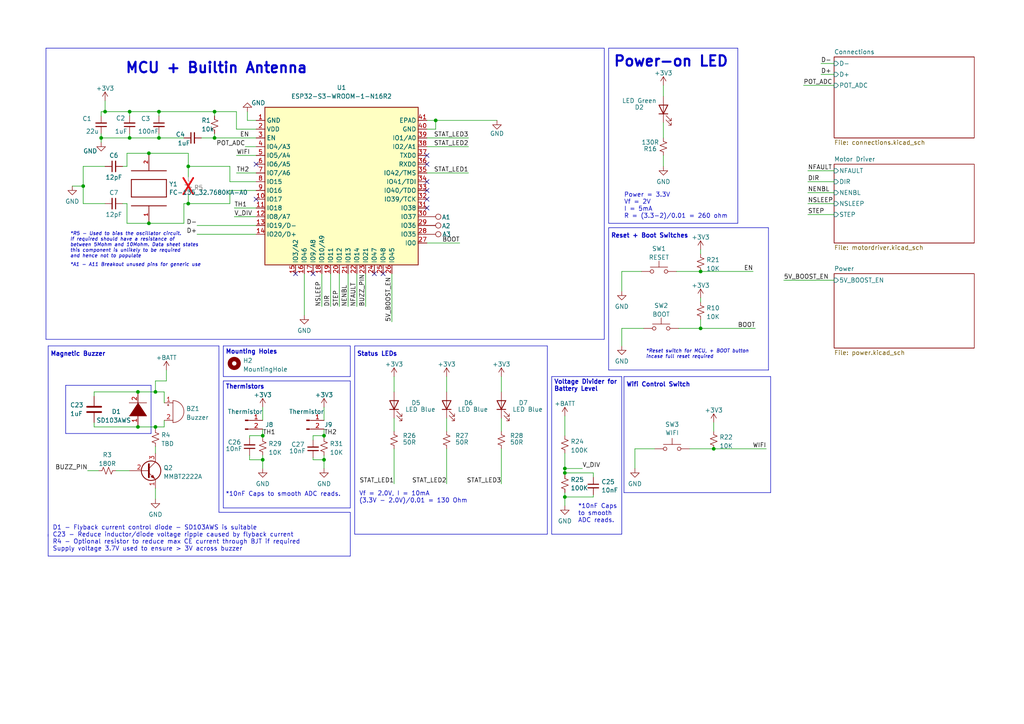
<source format=kicad_sch>
(kicad_sch (version 20230121) (generator eeschema)
  (paper "A4")
  (lib_symbols
    (symbol "Connector:Conn_01x02_Male" (pin_names (offset 1.016) hide)
      (property "Reference" "J" (at 0 2.54 0))
      (property "Value" "Conn_01x02_Male" (at 0 -5.08 0))
      (symbol "Conn_01x02_Male_1_1"
        (polyline (pts (xy 1.27 -2.54) (xy 0.8636 -2.54)) (stroke (width 0.1524)))
        (polyline (pts (xy 1.27 0) (xy 0.8636 0)) (stroke (width 0.1524)))
        (rectangle (start 0.8636 -2.413) (end 0 -2.667) (stroke (width 0.1524)) (fill (type outline)))
        (rectangle (start 0.8636 0.127) (end 0 -0.127) (stroke (width 0.1524)) (fill (type outline)))
        (pin passive line (at 5.08 0 180) (length 3.81) (name "Pin_1") (number "1"))
        (pin passive line (at 5.08 -2.54 180) (length 3.81) (name "Pin_2") (number "2"))
      )
    )
    (symbol "Connector:TestPoint" (pin_numbers hide) (pin_names (offset 0.762) hide)
      (property "Reference" "TP" (at 0 6.858 0))
      (property "Value" "TestPoint" (at 0 5.08 0))
      (symbol "TestPoint_0_1"
        (circle (center 0 3.302) (radius 0.762))
      )
      (symbol "TestPoint_1_1"
        (pin passive line (at 0 0 90) (length 2.54) (name "1") (number "1"))
      )
    )
    (symbol "Device:Buzzer" (pin_names (offset 0.0254) hide)
      (property "Reference" "BZ" (at 3.81 1.27 0))
      (property "Value" "Buzzer" (at 3.81 -1.27 0))
      (symbol "Buzzer_0_1"
        (arc (start 0 -3.175) (mid 3.1612 0) (end 0 3.175))
        (polyline (pts (xy -1.651 1.905) (xy -1.143 1.905)))
        (polyline (pts (xy -1.397 2.159) (xy -1.397 1.651)))
        (polyline (pts (xy 0 3.175) (xy 0 -3.175)))
      )
      (symbol "Buzzer_1_1"
        (pin passive line (at -2.54 2.54 0) (length 2.54) (name "-") (number "1"))
        (pin passive line (at -2.54 -2.54 0) (length 2.54) (name "+") (number "2"))
      )
    )
    (symbol "Device:C" (pin_numbers hide) (pin_names (offset 0.254))
      (property "Reference" "C" (at 0.635 2.54 0))
      (property "Value" "C" (at 0.635 -2.54 0))
      (symbol "C_0_1"
        (polyline (pts (xy -2.032 -0.762) (xy 2.032 -0.762)) (stroke (width 0.508)))
        (polyline (pts (xy -2.032 0.762) (xy 2.032 0.762)) (stroke (width 0.508)))
      )
      (symbol "C_1_1"
        (pin passive line (at 0 3.81 270) (length 2.794) (name "~") (number "1"))
        (pin passive line (at 0 -3.81 90) (length 2.794) (name "~") (number "2"))
      )
    )
    (symbol "Device:C_Small" (pin_numbers hide) (pin_names (offset 0.254) hide)
      (property "Reference" "C" (at 0.254 1.778 0))
      (property "Value" "C_Small" (at 0.254 -2.032 0))
      (symbol "C_Small_0_1"
        (polyline (pts (xy -1.524 -0.508) (xy 1.524 -0.508)) (stroke (width 0.3302)))
        (polyline (pts (xy -1.524 0.508) (xy 1.524 0.508)) (stroke (width 0.3048)))
      )
      (symbol "C_Small_1_1"
        (pin passive line (at 0 2.54 270) (length 2.032) (name "~") (number "1"))
        (pin passive line (at 0 -2.54 90) (length 2.032) (name "~") (number "2"))
      )
    )
    (symbol "Device:LED" (pin_numbers hide) (pin_names (offset 1.016) hide)
      (property "Reference" "D" (at 0 2.54 0))
      (property "Value" "LED" (at 0 -2.54 0))
      (symbol "LED_0_1"
        (polyline (pts (xy -1.27 -1.27) (xy -1.27 1.27)) (stroke (width 0.254)))
        (polyline (pts (xy -1.27 0) (xy 1.27 0)))
        (polyline (pts (xy 1.27 -1.27) (xy 1.27 1.27) (xy -1.27 0) (xy 1.27 -1.27)) (stroke (width 0.254)))
        (polyline (pts (xy -3.048 -0.762) (xy -4.572 -2.286) (xy -3.81 -2.286) (xy -4.572 -2.286) (xy -4.572 -1.524)))
        (polyline (pts (xy -1.778 -0.762) (xy -3.302 -2.286) (xy -2.54 -2.286) (xy -3.302 -2.286) (xy -3.302 -1.524)))
      )
      (symbol "LED_1_1"
        (pin passive line (at -3.81 0 0) (length 2.54) (name "K") (number "1"))
        (pin passive line (at 3.81 0 180) (length 2.54) (name "A") (number "2"))
      )
    )
    (symbol "Device:R_Small_US" (pin_numbers hide) (pin_names (offset 0.254) hide)
      (property "Reference" "R" (at 0.762 0.508 0))
      (property "Value" "R_Small_US" (at 0.762 -1.016 0))
      (symbol "R_Small_US_1_1"
        (polyline (pts (xy 0 0) (xy 1.016 -0.381) (xy 0 -0.762) (xy -1.016 -1.143) (xy 0 -1.524)))
        (polyline (pts (xy 0 1.524) (xy 1.016 1.143) (xy 0 0.762) (xy -1.016 0.381) (xy 0 0)))
        (pin passive line (at 0 2.54 270) (length 1.016) (name "~") (number "1"))
        (pin passive line (at 0 -2.54 90) (length 1.016) (name "~") (number "2"))
      )
    )
    (symbol "FC-135_32.7680KA-A0:FC-135_32.7680KA-A0" (pin_names (offset 1.016))
      (property "Reference" "Y" (at -5.0879 6.1055 0))
      (property "Value" "FC-135_32.7680KA-A0" (at -5.0952 -7.6427 0))
      (symbol "FC-135_32.7680KA-A0_0_0"
        (polyline (pts (xy -5.08 5.08) (xy -5.08 -5.08)) (stroke (width 0.254)))
        (polyline (pts (xy -2.54 -5.08) (xy -2.54 5.08)) (stroke (width 0.254)))
        (polyline (pts (xy -2.54 5.08) (xy 2.54 5.08)) (stroke (width 0.254)))
        (polyline (pts (xy 2.54 -5.08) (xy -2.54 -5.08)) (stroke (width 0.254)))
        (polyline (pts (xy 2.54 5.08) (xy 2.54 -5.08)) (stroke (width 0.254)))
        (polyline (pts (xy 5.08 5.08) (xy 5.08 -5.08)) (stroke (width 0.254)))
        (pin passive line (at -10.16 0 0) (length 5.08) (name "~") (number "1"))
        (pin passive line (at 10.16 0 180) (length 5.08) (name "~") (number "2"))
      )
    )
    (symbol "GlucoseWatchschematics:ESP32-S3-WROOM-1"
      (property "Reference" "U" (at -2.54 0 0))
      (property "Value" "ESP32-S3-WROOM-1" (at -11.43 -3.81 0))
      (symbol "ESP32-S3-WROOM-1_0_1"
        (rectangle (start -22.86 21.59) (end 21.59 -24.13) (stroke (width 0.254)) (fill (type background)))
      )
      (symbol "ESP32-S3-WROOM-1_1_1"
        (pin power_in line (at -25.4 17.78 0) (length 2.54) (name "GND") (number "1"))
        (pin bidirectional line (at -25.4 -5.08 0) (length 2.54) (name "IO17") (number "10"))
        (pin bidirectional line (at -25.4 -7.62 0) (length 2.54) (name "IO18") (number "11"))
        (pin bidirectional line (at -25.4 -10.16 0) (length 2.54) (name "IO8/A7") (number "12"))
        (pin bidirectional line (at -25.4 -12.7 0) (length 2.54) (name "IO19/D-") (number "13"))
        (pin bidirectional line (at -25.4 -15.24 0) (length 2.54) (name "IO20/D+") (number "14"))
        (pin bidirectional line (at -13.97 -26.67 90) (length 2.54) (name "IO3/A2") (number "15"))
        (pin bidirectional line (at -11.43 -26.67 90) (length 2.54) (name "IO46") (number "16"))
        (pin bidirectional line (at -8.89 -26.67 90) (length 2.54) (name "IO9/A8") (number "17"))
        (pin bidirectional line (at -6.35 -26.67 90) (length 2.54) (name "IO10/A9") (number "18"))
        (pin bidirectional line (at -3.81 -26.67 90) (length 2.54) (name "IO11") (number "19"))
        (pin power_in line (at -25.4 15.24 0) (length 2.54) (name "VDD") (number "2"))
        (pin bidirectional line (at -1.27 -26.67 90) (length 2.54) (name "IO12") (number "20"))
        (pin bidirectional line (at 1.27 -26.67 90) (length 2.54) (name "IO13") (number "21"))
        (pin bidirectional line (at 3.81 -26.67 90) (length 2.54) (name "IO14") (number "22"))
        (pin bidirectional line (at 6.35 -26.67 90) (length 2.54) (name "IO21") (number "23"))
        (pin bidirectional line (at 8.89 -26.67 90) (length 2.54) (name "IO47") (number "24"))
        (pin bidirectional line (at 11.43 -26.67 90) (length 2.54) (name "IO48") (number "25"))
        (pin bidirectional line (at 13.97 -26.67 90) (length 2.54) (name "IO45") (number "26"))
        (pin bidirectional line (at 24.13 -17.78 180) (length 2.54) (name "IO0") (number "27"))
        (pin bidirectional line (at 24.13 -15.24 180) (length 2.54) (name "IO35") (number "28"))
        (pin bidirectional line (at 24.13 -12.7 180) (length 2.54) (name "IO36") (number "29"))
        (pin input line (at -25.4 12.7 0) (length 2.54) (name "EN") (number "3"))
        (pin bidirectional line (at 24.13 -10.16 180) (length 2.54) (name "IO37") (number "30"))
        (pin bidirectional line (at 24.13 -7.62 180) (length 2.54) (name "IO38") (number "31"))
        (pin bidirectional line (at 24.13 -5.08 180) (length 2.54) (name "IO39/TCK") (number "32"))
        (pin bidirectional line (at 24.13 -2.54 180) (length 2.54) (name "IO40/TDO") (number "33"))
        (pin bidirectional line (at 24.13 0 180) (length 2.54) (name "IO41/TDI") (number "34"))
        (pin bidirectional line (at 24.13 2.54 180) (length 2.54) (name "IO42/TMS") (number "35"))
        (pin input line (at 24.13 5.08 180) (length 2.54) (name "RXD0") (number "36"))
        (pin output line (at 24.13 7.62 180) (length 2.54) (name "TXD0") (number "37"))
        (pin bidirectional line (at 24.13 10.16 180) (length 2.54) (name "IO2/A1") (number "38"))
        (pin bidirectional line (at 24.13 12.7 180) (length 2.54) (name "IO1/A0") (number "39"))
        (pin bidirectional line (at -25.4 10.16 0) (length 2.54) (name "IO4/A3") (number "4"))
        (pin power_in line (at 24.13 15.24 180) (length 2.54) (name "GND") (number "40"))
        (pin power_in line (at 24.13 17.78 180) (length 2.54) (name "EPAD") (number "41"))
        (pin bidirectional line (at -25.4 7.62 0) (length 2.54) (name "IO5/A4") (number "5"))
        (pin bidirectional line (at -25.4 5.08 0) (length 2.54) (name "IO6/A5") (number "6"))
        (pin bidirectional line (at -25.4 2.54 0) (length 2.54) (name "IO7/A6") (number "7"))
        (pin bidirectional line (at -25.4 0 0) (length 2.54) (name "IO15") (number "8"))
        (pin bidirectional line (at -25.4 -2.54 0) (length 2.54) (name "IO16") (number "9"))
      )
    )
    (symbol "Mechanical:MountingHole" (pin_names (offset 1.016))
      (property "Reference" "H" (at 0 5.08 0))
      (property "Value" "MountingHole" (at 0 3.175 0))
      (symbol "MountingHole_0_1"
        (circle (center 0 0) (radius 1.27) (stroke (width 1.27)))
      )
    )
    (symbol "Switch:SW_Push" (pin_numbers hide) (pin_names (offset 1.016) hide)
      (property "Reference" "SW" (at 1.27 2.54 0))
      (property "Value" "SW_Push" (at 0 -1.524 0))
      (symbol "SW_Push_0_1"
        (circle (center -2.032 0) (radius 0.508))
        (polyline (pts (xy 0 1.27) (xy 0 3.048)))
        (polyline (pts (xy 2.54 1.27) (xy -2.54 1.27)))
        (circle (center 2.032 0) (radius 0.508))
        (pin passive line (at -5.08 0 0) (length 2.54) (name "1") (number "1"))
        (pin passive line (at 5.08 0 180) (length 2.54) (name "2") (number "2"))
      )
    )
    (symbol "Transistor_BJT:2N2219" (pin_names (offset 0) hide)
      (property "Reference" "Q" (at 5.08 1.905 0))
      (property "Value" "2N2219" (at 5.08 0 0))
      (symbol "2N2219_0_1"
        (polyline (pts (xy 0.635 0.635) (xy 2.54 2.54)))
        (polyline (pts (xy 0.635 -0.635) (xy 2.54 -2.54) (xy 2.54 -2.54)))
        (polyline (pts (xy 0.635 1.905) (xy 0.635 -1.905) (xy 0.635 -1.905)) (stroke (width 0.508)))
        (polyline (pts (xy 1.27 -1.778) (xy 1.778 -1.27) (xy 2.286 -2.286) (xy 1.27 -1.778) (xy 1.27 -1.778)) (fill (type outline)))
        (circle (center 1.27 0) (radius 2.8194) (stroke (width 0.254)))
      )
      (symbol "2N2219_1_1"
        (pin passive line (at 2.54 -5.08 90) (length 2.54) (name "E") (number "1"))
        (pin passive line (at -5.08 0 0) (length 5.715) (name "B") (number "2"))
        (pin passive line (at 2.54 5.08 270) (length 2.54) (name "C") (number "3"))
      )
    )
    (symbol "power:+3V3" (power) (pin_names (offset 0))
      (property "Value" "+3V3" (at 0 3.556 0))
      (symbol "+3V3_0_1"
        (polyline (pts (xy -0.762 1.27) (xy 0 2.54)))
        (polyline (pts (xy 0 0) (xy 0 2.54)))
        (polyline (pts (xy 0 2.54) (xy 0.762 1.27)))
      )
      (symbol "+3V3_1_1"
        (pin power_in line (at 0 0 90) (length 0) hide (name "+3V3") (number "1"))
      )
    )
    (symbol "power:+BATT" (power) (pin_names (offset 0))
      (property "Value" "+BATT" (at 0 3.556 0))
      (symbol "+BATT_0_1"
        (polyline (pts (xy -0.762 1.27) (xy 0 2.54)))
        (polyline (pts (xy 0 0) (xy 0 2.54)))
        (polyline (pts (xy 0 2.54) (xy 0.762 1.27)))
      )
      (symbol "+BATT_1_1"
        (pin power_in line (at 0 0 90) (length 0) hide (name "+BATT") (number "1"))
      )
    )
    (symbol "power:GND" (power) (pin_names (offset 0))
      (property "Value" "GND" (at 0 -3.81 0))
      (symbol "GND_0_1"
        (polyline (pts (xy 0 0) (xy 0 -1.27) (xy 1.27 -1.27) (xy 0 -2.54) (xy -1.27 -1.27) (xy 0 -1.27)))
      )
      (symbol "GND_1_1"
        (pin power_in line (at 0 0 270) (length 0) hide (name "GND") (number "1"))
      )
    )
    (symbol "pspice:DIODE" (pin_names (offset 1.016) hide)
      (property "Reference" "D" (at 0 3.81 0))
      (property "Value" "DIODE" (at 0 -4.445 0))
      (symbol "DIODE_0_1"
        (polyline (pts (xy 1.905 2.54) (xy 1.905 -2.54)))
        (polyline (pts (xy -1.905 2.54) (xy -1.905 -2.54) (xy 1.905 0)) (fill (type outline)))
      )
      (symbol "DIODE_1_1"
        (pin input line (at -5.08 0 0) (length 3.81) (name "K") (number "1"))
        (pin input line (at 5.08 0 180) (length 3.81) (name "A") (number "2"))
      )
    )
  )
  (junction (at 37.592 40.005))
  (junction (at 76.2 133.35))
  (junction (at 45.085 113.665))
  (junction (at 93.98 133.35))
  (junction (at 29.337 40.005))
  (junction (at 163.83 137.16))
  (junction (at 163.83 144.145))
  (junction (at 126.365 34.925))
  (junction (at 46.101 40.005))
  (junction (at 54.61 48.26))
  (junction (at 54.61 59.055))
  (junction (at 24.13 53.975))
  (junction (at 163.83 135.89))
  (junction (at 62.23 32.385))
  (junction (at 93.98 126.365))
  (junction (at 43.18 44.45))
  (junction (at 207.01 130.175))
  (junction (at 37.592 32.385))
  (junction (at 40.005 113.665))
  (junction (at 203.2 78.74))
  (junction (at 203.2 95.25))
  (junction (at 43.18 64.77))
  (junction (at 76.2 126.365))
  (junction (at 45.085 123.825))
  (junction (at 46.101 32.385))
  (junction (at 62.23 40.005))
  (junction (at 30.48 32.385))
  (junction (at 40.005 123.825))
  (no_connect (at 74.295 57.785))
  (no_connect (at 123.825 45.085))
  (no_connect (at 90.805 79.375))
  (no_connect (at 123.825 52.705))
  (no_connect (at 123.825 57.785))
  (no_connect (at 123.825 60.325))
  (no_connect (at 108.585 79.375))
  (no_connect (at 111.125 79.375))
  (no_connect (at 123.825 47.625))
  (no_connect (at 123.825 55.245))
  (no_connect (at 74.295 47.625))
  (no_connect (at 85.725 79.375))
  (wire (pts (xy 35.56 59.055) (xy 36.83 59.055)))
  (polyline (pts (xy 13.97 100.33) (xy 63.5 100.33)))
  (wire (pts (xy 93.98 133.35) (xy 93.98 135.89)))
  (wire (pts (xy 113.665 79.375) (xy 113.665 93.345)))
  (polyline (pts (xy 101.6 110.49) (xy 101.6 147.32)))
  (wire (pts (xy 196.85 95.25) (xy 203.2 95.25)))
  (wire (pts (xy 67.945 62.865) (xy 74.295 62.865)))
  (wire (pts (xy 106.045 79.375) (xy 106.045 88.9)))
  (wire (pts (xy 126.365 34.925) (xy 144.145 34.925)))
  (wire (pts (xy 90.805 132.715) (xy 90.805 133.35)))
  (polyline (pts (xy 101.6 148.59) (xy 101.6 161.29)))
  (wire (pts (xy 203.2 86.36) (xy 203.2 87.63)))
  (polyline (pts (xy 64.77 110.49) (xy 101.6 110.49)))
  (wire (pts (xy 163.83 131.445) (xy 163.83 135.89)))
  (wire (pts (xy 100.965 79.375) (xy 100.965 88.9)))
  (wire (pts (xy 163.83 137.16) (xy 163.83 137.795)))
  (wire (pts (xy 45.085 141.605) (xy 45.085 144.78)))
  (wire (pts (xy 24.13 59.055) (xy 30.48 59.055)))
  (wire (pts (xy 29.337 40.005) (xy 37.592 40.005)))
  (wire (pts (xy 145.415 109.22) (xy 145.415 113.665)))
  (polyline (pts (xy 102.87 100.33) (xy 102.87 154.94)))
  (wire (pts (xy 163.83 144.145) (xy 163.83 146.685)))
  (wire (pts (xy 90.805 133.35) (xy 93.98 133.35)))
  (wire (pts (xy 163.83 120.65) (xy 163.83 126.365)))
  (polyline (pts (xy 176.53 107.315) (xy 222.885 107.315)))
  (wire (pts (xy 29.337 38.735) (xy 29.337 40.005)))
  (wire (pts (xy 184.15 130.175) (xy 184.15 135.89)))
  (wire (pts (xy 66.675 55.245) (xy 66.675 59.055)))
  (wire (pts (xy 62.23 40.005) (xy 74.295 40.005)))
  (wire (pts (xy 234.315 49.53) (xy 241.935 49.53)))
  (polyline (pts (xy 63.5 100.33) (xy 63.5 148.59)))
  (wire (pts (xy 114.3 125.095) (xy 114.3 121.285)))
  (polyline (pts (xy 176.53 13.97) (xy 176.53 64.77)))
  (wire (pts (xy 123.825 34.925) (xy 126.365 34.925)))
  (wire (pts (xy 126.365 37.465) (xy 126.365 34.925)))
  (wire (pts (xy 93.345 79.375) (xy 93.345 88.9)))
  (polyline (pts (xy 180.975 109.22) (xy 223.52 109.22)))
  (wire (pts (xy 47.625 113.665) (xy 45.085 113.665)))
  (polyline (pts (xy 180.34 154.94) (xy 160.02 154.94)))
  (wire (pts (xy 72.39 132.08) (xy 72.39 133.35)))
  (wire (pts (xy 88.265 79.375) (xy 88.265 91.44)))
  (wire (pts (xy 163.83 135.89) (xy 168.91 135.89)))
  (polyline (pts (xy 19.05 111.76) (xy 43.815 111.76)))
  (wire (pts (xy 54.61 44.45) (xy 54.61 48.26)))
  (wire (pts (xy 37.592 38.735) (xy 37.592 40.005)))
  (polyline (pts (xy 101.6 100.33) (xy 101.6 109.22)))
  (wire (pts (xy 24.13 53.975) (xy 20.955 53.975)))
  (wire (pts (xy 98.425 79.375) (xy 98.425 88.9)))
  (wire (pts (xy 172.085 143.51) (xy 172.085 144.145)))
  (wire (pts (xy 180.34 100.33) (xy 180.34 95.25)))
  (wire (pts (xy 43.18 64.77) (xy 53.34 64.77)))
  (wire (pts (xy 33.655 136.525) (xy 37.465 136.525)))
  (wire (pts (xy 47.625 121.92) (xy 47.625 123.825)))
  (wire (pts (xy 36.83 44.45) (xy 43.18 44.45)))
  (polyline (pts (xy 13.97 154.94) (xy 13.97 161.29)))
  (wire (pts (xy 103.505 79.375) (xy 103.505 88.9)))
  (wire (pts (xy 35.56 48.26) (xy 36.83 48.26)))
  (polyline (pts (xy 64.77 100.33) (xy 64.77 109.22)))
  (wire (pts (xy 163.83 142.875) (xy 163.83 144.145)))
  (wire (pts (xy 129.54 125.095) (xy 129.54 121.285)))
  (wire (pts (xy 129.54 130.175) (xy 129.54 140.335)))
  (polyline (pts (xy 43.815 111.76) (xy 43.815 125.73)))
  (wire (pts (xy 62.23 38.735) (xy 62.23 40.005)))
  (wire (pts (xy 45.085 129.54) (xy 45.085 131.445)))
  (wire (pts (xy 76.2 132.08) (xy 76.2 133.35)))
  (wire (pts (xy 76.2 118.11) (xy 76.2 121.92)))
  (polyline (pts (xy 160.02 109.22) (xy 180.34 109.22)))
  (wire (pts (xy 66.675 48.26) (xy 66.675 52.705)))
  (wire (pts (xy 93.98 126.365) (xy 93.98 127)))
  (wire (pts (xy 123.825 42.545) (xy 135.89 42.545)))
  (wire (pts (xy 27.305 114.935) (xy 27.305 113.665)))
  (polyline (pts (xy 222.885 107.315) (xy 222.885 66.04)))
  (wire (pts (xy 62.23 32.385) (xy 68.58 32.385)))
  (wire (pts (xy 123.825 50.165) (xy 135.89 50.165)))
  (wire (pts (xy 71.12 42.545) (xy 74.295 42.545)))
  (wire (pts (xy 145.415 130.175) (xy 145.415 140.335)))
  (wire (pts (xy 37.592 32.385) (xy 30.48 32.385)))
  (wire (pts (xy 45.085 110.49) (xy 45.085 113.665)))
  (wire (pts (xy 47.625 116.84) (xy 47.625 113.665)))
  (wire (pts (xy 163.83 135.89) (xy 163.83 137.16)))
  (wire (pts (xy 54.61 48.26) (xy 54.61 51.435)))
  (wire (pts (xy 68.58 45.085) (xy 74.295 45.085)))
  (wire (pts (xy 27.305 113.665) (xy 40.005 113.665)))
  (wire (pts (xy 192.405 35.56) (xy 192.405 40.005)))
  (polyline (pts (xy 64.77 100.33) (xy 101.6 100.33)))
  (wire (pts (xy 233.045 24.765) (xy 241.935 24.765)))
  (wire (pts (xy 93.98 124.46) (xy 93.98 126.365)))
  (wire (pts (xy 40.005 113.665) (xy 45.085 113.665)))
  (polyline (pts (xy 13.335 13.97) (xy 13.335 98.425)))
  (wire (pts (xy 74.295 55.245) (xy 66.675 55.245)))
  (wire (pts (xy 114.3 130.175) (xy 114.3 140.335)))
  (wire (pts (xy 47.625 123.825) (xy 45.085 123.825)))
  (wire (pts (xy 30.48 48.26) (xy 24.13 48.26)))
  (wire (pts (xy 25.4 136.525) (xy 28.575 136.525)))
  (polyline (pts (xy 19.05 111.76) (xy 19.05 125.73)))
  (wire (pts (xy 234.315 59.055) (xy 241.935 59.055)))
  (polyline (pts (xy 176.53 13.97) (xy 213.995 13.97)))
  (wire (pts (xy 76.2 124.46) (xy 76.2 126.365)))
  (wire (pts (xy 184.15 130.175) (xy 189.865 130.175)))
  (wire (pts (xy 37.592 40.005) (xy 46.101 40.005)))
  (wire (pts (xy 172.085 137.16) (xy 163.83 137.16)))
  (wire (pts (xy 180.34 95.25) (xy 186.69 95.25)))
  (wire (pts (xy 200.025 130.175) (xy 207.01 130.175)))
  (wire (pts (xy 203.2 92.71) (xy 203.2 95.25)))
  (wire (pts (xy 90.805 126.365) (xy 93.98 126.365)))
  (polyline (pts (xy 176.53 66.04) (xy 222.885 66.04)))
  (wire (pts (xy 24.13 48.26) (xy 24.13 53.975)))
  (wire (pts (xy 95.885 79.375) (xy 95.885 88.9)))
  (wire (pts (xy 43.18 44.45) (xy 54.61 44.45)))
  (wire (pts (xy 172.085 138.43) (xy 172.085 137.16)))
  (wire (pts (xy 129.54 109.22) (xy 129.54 113.665)))
  (polyline (pts (xy 175.26 13.97) (xy 175.26 98.425)))
  (polyline (pts (xy 101.6 161.29) (xy 13.97 161.29)))
  (polyline (pts (xy 160.02 109.22) (xy 160.02 154.94)))
  (wire (pts (xy 67.945 60.325) (xy 74.295 60.325)))
  (polyline (pts (xy 223.52 142.875) (xy 223.52 109.22)))
  (wire (pts (xy 54.61 48.26) (xy 66.675 48.26)))
  (polyline (pts (xy 176.53 66.04) (xy 176.53 107.315)))
  (wire (pts (xy 192.405 24.765) (xy 192.405 27.94)))
  (wire (pts (xy 46.101 32.385) (xy 37.592 32.385)))
  (wire (pts (xy 238.125 21.59) (xy 241.935 21.59)))
  (wire (pts (xy 37.592 32.385) (xy 37.592 33.655)))
  (wire (pts (xy 58.42 40.005) (xy 62.23 40.005)))
  (wire (pts (xy 207.01 122.555) (xy 207.01 125.095)))
  (polyline (pts (xy 213.995 13.97) (xy 213.995 64.77)))
  (wire (pts (xy 46.101 38.735) (xy 46.101 40.005)))
  (wire (pts (xy 29.337 40.005) (xy 29.337 41.275)))
  (wire (pts (xy 36.83 64.77) (xy 43.18 64.77)))
  (wire (pts (xy 123.825 40.005) (xy 135.89 40.005)))
  (polyline (pts (xy 101.6 109.22) (xy 64.77 109.22)))
  (wire (pts (xy 192.405 45.085) (xy 192.405 48.26)))
  (wire (pts (xy 68.58 32.385) (xy 68.58 37.465)))
  (wire (pts (xy 123.825 70.485) (xy 133.35 70.485)))
  (wire (pts (xy 234.315 55.88) (xy 241.935 55.88)))
  (wire (pts (xy 72.39 133.35) (xy 76.2 133.35)))
  (wire (pts (xy 71.755 34.925) (xy 74.295 34.925)))
  (wire (pts (xy 203.2 95.25) (xy 219.075 95.25)))
  (wire (pts (xy 114.3 109.22) (xy 114.3 113.665)))
  (polyline (pts (xy 101.6 147.32) (xy 64.77 147.32)))
  (wire (pts (xy 46.101 32.385) (xy 46.101 33.655)))
  (polyline (pts (xy 176.53 64.77) (xy 213.995 64.77)))
  (wire (pts (xy 53.34 59.055) (xy 54.61 59.055)))
  (wire (pts (xy 68.58 50.165) (xy 74.295 50.165)))
  (wire (pts (xy 207.01 130.175) (xy 222.25 130.175)))
  (wire (pts (xy 172.085 144.145) (xy 163.83 144.145)))
  (polyline (pts (xy 43.815 125.73) (xy 19.05 125.73)))
  (wire (pts (xy 27.305 122.555) (xy 27.305 123.825)))
  (polyline (pts (xy 63.5 148.59) (xy 101.6 148.59)))
  (wire (pts (xy 145.415 125.095) (xy 145.415 121.285)))
  (wire (pts (xy 72.39 127) (xy 72.39 126.365)))
  (polyline (pts (xy 102.87 100.33) (xy 158.75 100.33)))
  (wire (pts (xy 71.755 32.385) (xy 71.755 34.925)))
  (polyline (pts (xy 13.335 13.97) (xy 175.26 13.97)))
  (wire (pts (xy 68.58 37.465) (xy 74.295 37.465)))
  (wire (pts (xy 93.98 132.08) (xy 93.98 133.35)))
  (wire (pts (xy 48.26 107.315) (xy 48.26 110.49)))
  (wire (pts (xy 29.337 32.385) (xy 29.337 33.655)))
  (wire (pts (xy 93.98 118.11) (xy 93.98 121.92)))
  (wire (pts (xy 203.2 72.39) (xy 203.2 73.66)))
  (wire (pts (xy 227.33 81.28) (xy 241.935 81.28)))
  (wire (pts (xy 57.15 65.405) (xy 74.295 65.405)))
  (polyline (pts (xy 158.75 100.33) (xy 158.75 154.94)))
  (polyline (pts (xy 180.34 109.22) (xy 180.34 154.94)))
  (wire (pts (xy 76.2 133.35) (xy 76.2 135.89)))
  (polyline (pts (xy 222.885 107.315) (xy 222.885 107.315)))
  (wire (pts (xy 123.825 37.465) (xy 126.365 37.465)))
  (wire (pts (xy 66.675 52.705) (xy 74.295 52.705)))
  (wire (pts (xy 30.48 29.21) (xy 30.48 32.385)))
  (polyline (pts (xy 175.26 98.425) (xy 13.335 98.425)))
  (polyline (pts (xy 180.975 109.22) (xy 180.975 142.875)))
  (wire (pts (xy 45.085 123.825) (xy 45.085 124.46)))
  (wire (pts (xy 30.48 32.385) (xy 29.337 32.385)))
  (wire (pts (xy 180.34 78.74) (xy 180.34 84.455)))
  (wire (pts (xy 203.2 78.74) (xy 218.44 78.74)))
  (wire (pts (xy 234.315 52.705) (xy 241.935 52.705)))
  (wire (pts (xy 90.805 127.635) (xy 90.805 126.365)))
  (wire (pts (xy 40.005 123.825) (xy 45.085 123.825)))
  (wire (pts (xy 46.101 32.385) (xy 62.23 32.385)))
  (wire (pts (xy 24.13 53.975) (xy 24.13 59.055)))
  (wire (pts (xy 57.15 67.945) (xy 74.295 67.945)))
  (wire (pts (xy 36.83 48.26) (xy 36.83 44.45)))
  (wire (pts (xy 62.23 32.385) (xy 62.23 33.655)))
  (polyline (pts (xy 13.97 100.33) (xy 13.97 155.575)))
  (wire (pts (xy 180.34 78.74) (xy 186.055 78.74)))
  (wire (pts (xy 238.125 18.415) (xy 241.935 18.415)))
  (wire (pts (xy 53.34 64.77) (xy 53.34 59.055)))
  (wire (pts (xy 27.305 123.825) (xy 40.005 123.825)))
  (wire (pts (xy 72.39 126.365) (xy 76.2 126.365)))
  (wire (pts (xy 36.83 59.055) (xy 36.83 64.77)))
  (polyline (pts (xy 158.75 154.94) (xy 102.87 154.94)))
  (polyline (pts (xy 180.975 142.875) (xy 223.52 142.875)))
  (wire (pts (xy 54.61 56.515) (xy 54.61 59.055)))
  (polyline (pts (xy 64.77 110.49) (xy 64.77 147.32)))
  (wire (pts (xy 196.215 78.74) (xy 203.2 78.74)))
  (wire (pts (xy 48.26 110.49) (xy 45.085 110.49)))
  (wire (pts (xy 46.101 40.005) (xy 53.34 40.005)))
  (wire (pts (xy 76.2 126.365) (xy 76.2 127)))
  (wire (pts (xy 66.675 59.055) (xy 54.61 59.055)))
  (wire (pts (xy 234.315 62.23) (xy 241.935 62.23)))
  (text "Status LEDs" (at 103.505 103.505 0) (effects (font (size 1.27 1.27) (thickness 0.254) bold) (justify left bottom)))
  (text "*10nF Caps to smooth ADC reads." (at 65.405 144.145 0) (effects (font (size 1.27 1.27)) (justify left bottom)))
  (text "Magnetic Buzzer" (at 14.605 103.505 0) (effects (font (size 1.27 1.27) (thickness 0.254) bold) (justify left bottom)))
  (text "Power = 3.3V\nVf = 2V\nI = 5mA\nR = (3.3-2)/0.01 = 260 ohm" (at 180.975 63.5 0) (effects (font (size 1.27 1.27)) (justify left bottom)))
  (text "Reset + Boot Switches\n" (at 177.165 69.215 0) (effects (font (size 1.27 1.27) (thickness 0.254) bold) (justify left bottom)))
  (text "*10nF Caps \nto smooth \nADC reads." (at 167.64 151.765 0) (effects (font (size 1.27 1.27)) (justify left bottom)))
  (text "*A1 - A11 Breakout unused pins for generic use" (at 20.32 77.47 0) (effects (font (size 1 1) italic) (justify left bottom)))
  (text "MCU + Builtin Antenna" (at 36.195 21.59 0) (effects (font (size 3 3) (thickness 0.6) bold) (justify left bottom)))
  (text "Thermistors" (at 65.405 113.03 0) (effects (font (size 1.27 1.27) (thickness 0.254) bold) (justify left bottom)))
  (text "*R5 - Used to bias the oscillator circuit.\nIf required should have a resistance of\nbetween 5Mohm and 10Mohm. Data sheet states\nthis component is unlikely to be required \nand hence not to populate" (at 20.32 74.93 0) (effects (font (size 1 1) italic) (justify left bottom)))
  (text "Vf = 2.0V, I = 10mA\n(3.3V - 2.0V)/0.01 = 130 Ohm\n" (at 104.14 146.05 0) (effects (font (size 1.27 1.27)) (justify left bottom)))
  (text "Voltage Divider for\nBattery Level" (at 160.655 113.665 0) (effects (font (size 1.27 1.27) (thickness 0.254) bold) (justify left bottom)))
  (text "Power-on LED" (at 177.8 19.685 0) (effects (font (size 3 3) (thickness 0.6) bold) (justify left bottom)))
  (text "Wifi Control Switch" (at 181.61 112.395 0) (effects (font (size 1.27 1.27) (thickness 0.254) bold) (justify left bottom)))
  (text "*Reset switch for MCU, + BOOT button\nincase full reset required" (at 187.325 104.14 0) (effects (font (size 1 1) italic) (justify left bottom)))
  (text "Mounting Holes" (at 65.405 102.87 0) (effects (font (size 1.27 1.27) (thickness 0.254) bold) (justify left bottom)))
  (text "D1 - Flyback current control diode - SD103AWS is suitable\nC23 - Reduce inductor/diode voltage ripple caused by flyback current\nR4 - Optional resistor to reduce max CE current through BJT if required\nSupply voltage 3.7V used to ensure > 3V across buzzer" (at 15.24 160.02 0) (effects (font (size 1.27 1.27)) (justify left bottom)))
  (label "BOOT" (at 219.075 95.25 180))
  (label "V_DIV" (at 67.945 62.865 0))
  (label "NFAULT" (at 234.315 49.53 0))
  (label "STEP" (at 98.425 88.9 90))
  (label "STAT_LED1" (at 114.3 140.335 180))
  (label "TH2" (at 68.58 50.165 0))
  (label "DIR" (at 95.885 88.9 90))
  (label "D-" (at 57.15 65.405 180))
  (label "V_DIV" (at 168.91 135.89 0))
  (label "STAT_LED2" (at 135.89 42.545 180))
  (label "STEP" (at 234.315 62.23 0))
  (label "WIFI" (at 68.58 45.085 0))
  (label "D+" (at 57.15 67.945 180))
  (label "NSLEEP" (at 234.315 59.055 0))
  (label "D-" (at 238.125 18.415 0))
  (label "TH2" (at 93.98 126.365 0))
  (label "TH1" (at 76.2 126.365 0))
  (label "5V_BOOST_EN" (at 227.33 81.28 0))
  (label "STAT_LED3" (at 135.89 40.005 180))
  (label "NENBL" (at 234.315 55.88 0))
  (label "POT_ADC" (at 71.12 42.545 180))
  (label "STAT_LED2" (at 129.54 140.335 180))
  (label "BOOT" (at 133.35 70.485 180))
  (label "5V_BOOST_EN" (at 113.665 93.345 90))
  (label "EN" (at 69.596 40.005 0))
  (label "D+" (at 238.125 21.59 0))
  (label "TH1" (at 67.945 60.325 0))
  (label "BUZZ_PIN" (at 106.045 88.9 90))
  (label "STAT_LED1" (at 135.89 50.165 180))
  (label "NSLEEP" (at 93.345 88.9 90))
  (label "NFAULT" (at 103.505 88.9 90))
  (label "POT_ADC" (at 233.045 24.765 0))
  (label "WIFI" (at 222.25 130.175 180))
  (label "NENBL" (at 100.965 88.9 90))
  (label "EN" (at 218.44 78.74 180))
  (label "STAT_LED3" (at 145.415 140.335 180))
  (label "DIR" (at 234.315 52.705 0))
  (label "BUZZ_PIN" (at 25.4 136.525 180))
  (symbol (lib_id "Device:LED") (at 145.415 117.475 90) (unit 1)
    (property "Reference" "D7" (at 151.765 116.84 90))
    (property "Value" "LED Blue" (at 153.035 118.745 90))
    (property "Footprint" "LED_SMD:LED_0603_1608Metric" (effects hide))
    (property "LCSC" "C72041" (effects hide))
  )
  (symbol (lib_id "Device:R_Small_US") (at 129.54 127.635 0) (unit 1)
    (property "Reference" "R27" (at 133.985 126.365 0))
    (property "Value" "50R" (at 133.985 128.27 0))
    (property "Footprint" "Resistor_SMD:R_0402_1005Metric" (effects hide))
    (property "LCSC" "C477760" (effects hide))
  )
  (symbol (lib_id "power:+3V3") (at 30.48 29.21 0) (unit 1)
    (property "Reference" "#PWR0101" (effects hide))
    (property "Value" "+3V3" (at 30.48 25.6342 0))
  )
  (symbol (lib_id "Device:R_Small_US") (at 62.23 36.195 0) (unit 1)
    (property "Reference" "R1" (at 58.42 34.925 0) (effects (justify left)))
    (property "Value" "10k" (at 58.42 37.465 0) (effects (justify left)))
    (property "Footprint" "Resistor_SMD:R_0402_1005Metric" (effects hide))
    (property "LCSC" "C25744" (effects hide))
  )
  (symbol (lib_id "power:+3V3") (at 145.415 109.22 0) (unit 1)
    (property "Reference" "#PWR024" (effects hide))
    (property "Value" "+3V3" (at 145.415 105.6442 0))
  )
  (symbol (lib_id "power:+3V3") (at 76.2 118.11 0) (unit 1)
    (property "Reference" "#PWR052" (effects hide))
    (property "Value" "+3V3" (at 76.2 114.5342 0))
  )
  (symbol (lib_id "power:GND") (at 76.2 135.89 0) (unit 1)
    (property "Reference" "#PWR053" (effects hide))
    (property "Value" "GND" (at 76.2 140.3334 0))
  )
  (symbol (lib_id "Device:Buzzer") (at 50.165 119.38 0) (unit 1)
    (property "Reference" "BZ1" (at 53.975 118.5453 0) (effects (justify left)))
    (property "Value" "Buzzer" (at 53.975 121.0822 0) (effects (justify left)))
    (property "Footprint" "Bluetooth Pump V2:ST-0503 BUZZER" (effects hide))
  )
  (symbol (lib_id "Transistor_BJT:2N2219") (at 42.545 136.525 0) (unit 1)
    (property "Reference" "Q2" (at 47.3964 135.6903 0) (effects (justify left)))
    (property "Value" "MMBT2222A" (at 47.3964 138.2272 0) (effects (justify left)))
    (property "Footprint" "Package_TO_SOT_SMD:SOT-23" (effects hide))
    (property "Datasheet" "http://www.onsemi.com/pub_link/Collateral/2N2219-D.PDF" (effects hide))
    (property "LCSC" "C2891810" (effects hide))
  )
  (symbol (lib_id "Device:C_Small") (at 172.085 140.97 0) (unit 1)
    (property "Reference" "C25" (at 174.4091 139.7642 0) (effects (justify left)))
    (property "Value" "10nF" (at 174.4091 142.1884 0) (effects (justify left)))
    (property "Footprint" "Capacitor_SMD:C_0402_1005Metric" (effects hide))
    (property "LCSC" "C2167195" (effects hide))
  )
  (symbol (lib_id "Device:C_Small") (at 55.88 40.005 90) (unit 1)
    (property "Reference" "C4" (at 52.324 38.989 90))
    (property "Value" "1uF" (at 53.34 41.529 90))
    (property "Footprint" "Capacitor_SMD:C_0402_1005Metric" (effects hide))
    (property "Datasheet" "https://www.digikey.co.nz/en/products/detail/tdk-corporation/C1005X5R1E105K050BC/3648556?s=N4IgjCBcoKxaBjKAzAhgGwM4FMA0IB7KAbRAGYA2CgDjICYQBdfABwBcoQBlNgJwEsAdgHMQAX3xgALPBBJIaLHkIlwMAJx0pAdhCSADNW1SGzEO048BI8ZIqz5inPiKRSZdWBjUmrDpG4%2BIVEJcF1oORQMZxU3EBMtfV0zCwCrYNsQCnUHKKUXVSl9dSkwexT-QOsQyXVqHIjHaOVXUn0mULp9KQbEPJjW8AACAFaAMV9zSoBVQX42AHlkAFlsVEwAV15sTIBaBkaoPg2W1ThGUN3eyMhj07iIC7ExIA" (effects hide))
    (property "LCSC" "C2887021" (effects hide))
  )
  (symbol (lib_id "power:+3V3") (at 192.405 24.765 0) (unit 1)
    (property "Reference" "#PWR027" (effects hide))
    (property "Value" "+3V3" (at 192.405 21.1892 0))
  )
  (symbol (lib_id "Device:R_Small_US") (at 163.83 140.335 0) (unit 1)
    (property "Reference" "R25" (at 165.481 139.1229 0) (effects (justify left)))
    (property "Value" "100K" (at 165.481 141.5471 0) (effects (justify left)))
    (property "Footprint" "Resistor_SMD:R_0402_1005Metric" (effects hide))
    (property "LCSC" "C319963" (effects hide))
  )
  (symbol (lib_id "power:GND") (at 93.98 135.89 0) (unit 1)
    (property "Reference" "#PWR055" (effects hide))
    (property "Value" "GND" (at 93.98 140.3334 0))
  )
  (symbol (lib_id "power:+BATT") (at 163.83 120.65 0) (unit 1)
    (property "Reference" "#PWR01" (effects hide))
    (property "Value" "+BATT" (at 163.83 117.0742 0))
  )
  (symbol (lib_id "power:GND") (at 192.405 48.26 0) (unit 1)
    (property "Reference" "#PWR049" (effects hide))
    (property "Value" "GND" (at 192.405 52.7034 0))
  )
  (symbol (lib_id "Connector:TestPoint") (at 123.825 65.405 270) (unit 1) (in_bom no)
    (property "Reference" "A2" (at 128.143 65.532 90) (effects (justify left)))
    (property "Value" "A0" (effects hide))
    (property "Footprint" "TestPoint:TestPoint_THTPad_1.0x1.0mm_Drill0.5mm" (effects hide))
  )
  (symbol (lib_id "power:+3V3") (at 203.2 86.36 0) (unit 1)
    (property "Reference" "#PWR058" (effects hide))
    (property "Value" "+3V3" (at 203.2 82.7842 0))
  )
  (symbol (lib_id "Device:C_Small") (at 29.337 36.195 180) (unit 1)
    (property "Reference" "C1" (at 23.876 34.417 0) (effects (justify right)))
    (property "Value" "22u" (at 24.892 38.1 0) (effects (justify right)))
    (property "Footprint" "Capacitor_SMD:C_0402_1005Metric" (effects hide))
    (property "Datasheet" "https://www.digikey.co.nz/en/products/detail/samsung-electro-mechanics/CL05A226MQ5N6J8/7320595" (effects hide))
    (property "LCSC" "C2179118" (effects hide))
  )
  (symbol (lib_id "power:GND") (at 29.337 41.275 0) (unit 1)
    (property "Reference" "#PWR02" (effects hide))
    (property "Value" "GND" (at 26.162 43.815 0))
  )
  (symbol (lib_id "FC-135_32.7680KA-A0:FC-135_32.7680KA-A0") (at 43.18 54.61 90) (unit 1)
    (property "Reference" "Y1" (at 49.022 53.3979 90) (effects (justify right)))
    (property "Value" "FC-135_32.7680KA-A0" (at 49.022 55.8221 90) (effects (justify right)))
    (property "Footprint" "FC-135_32.7680KA-A0:XTAL_FC-135_32.7680KA-A0" (effects hide))
    (property "MF" "EPSON" (effects hide))
    (property "DESCRIPTION" "32.7680 Khz 20ppm 12.5pf" (effects hide))
    (property "PACKAGE" "SMD-2 Epson" (effects hide))
    (property "PRICE" "0.33 USD" (effects hide))
    (property "Package" "SMD-2 Epson" (effects hide))
    (property "Check_prices" "https://www.snapeda.com/parts/FC-135%2032.7680KA-A0/EPSON/view-part/?ref=eda" (effects hide))
    (property "STANDARD" "Manufacturer Recommendation" (effects hide))
    (property "SnapEDA_Link" "https://www.snapeda.com/parts/FC-135%2032.7680KA-A0/EPSON/view-part/?ref=snap" (effects hide))
    (property "MP" "FC-135 32.7680KA-A0" (effects hide))
    (property "Purchase-URL" "https://pricing.snapeda.com/search?q=FC-135 32.7680KA-A0&ref=eda" (effects hide))
    (property "Price" "None" (effects hide))
    (property "Availability" "In Stock" (effects hide))
    (property "AVAILABILITY" "Good" (effects hide))
    (property "Description" "\n32.768 kHz ±20ppm Crystal 12.5pF 70 kOhms 2-SMD, No Lead\n" (effects hide))
    (property "LCSC" "C841881" (effects hide))
  )
  (symbol (lib_id "Connector:TestPoint") (at 123.825 62.865 270) (unit 1) (in_bom no)
    (property "Reference" "A1" (at 128.143 62.992 90) (effects (justify left)))
    (property "Value" "A0" (effects hide))
    (property "Footprint" "TestPoint:TestPoint_THTPad_1.0x1.0mm_Drill0.5mm" (effects hide))
  )
  (symbol (lib_id "Device:C_Small") (at 37.592 36.195 180) (unit 1)
    (property "Reference" "C2" (at 36.322 34.29 0) (effects (justify left)))
    (property "Value" "1uF" (at 36.957 38.1 0) (effects (justify left)))
    (property "Footprint" "Capacitor_SMD:C_0402_1005Metric" (effects hide))
    (property "Datasheet" "https://www.digikey.co.nz/en/products/detail/tdk-corporation/C1005X5R1E105K050BC/3648556?s=N4IgjCBcoKxaBjKAzAhgGwM4FMA0IB7KAbRAGYA2CgDjICYQBdfABwBcoQBlNgJwEsAdgHMQAX3xgALPBBJIaLHkIlwMAJx0pAdhCSADNW1SGzEO048BI8ZIqz5inPiKRSZdWBjUmrDpG4%2BIVEJcF1oORQMZxU3EBMtfV0zCwCrYNsQCnUHKKUXVSl9dSkwexT-QOsQyXVqHIjHaOVXUn0mULp9KQbEPJjW8AACAFaAMV9zSoBVQX42AHlkAFlsVEwAV15sTIBaBkaoPg2W1ThGUN3eyMhj07iIC7ExIA" (effects hide))
    (property "LCSC" "C2887021" (effects hide))
  )
  (symbol (lib_id "Connector:Conn_01x02_Male") (at 88.9 121.92 0) (unit 1)
    (property "Reference" "J9" (at 95.25 123.19 0))
    (property "Value" "Thermistor" (at 88.9 119.38 0))
    (property "Footprint" "Connector_PinHeader_1.27mm:PinHeader_1x02_P1.27mm_Vertical" (effects hide))
  )
  (symbol (lib_id "Device:R_Small_US") (at 76.2 129.54 0) (unit 1)
    (property "Reference" "R29" (at 77.851 128.7053 0) (effects (justify left)))
    (property "Value" "10K" (at 77.851 131.2422 0) (effects (justify left)))
    (property "Footprint" "Resistor_SMD:R_0402_1005Metric" (effects hide))
    (property "LCSC" "C25744" (effects hide))
  )
  (symbol (lib_id "power:GND") (at 71.755 32.385 180) (unit 1)
    (property "Reference" "#PWR03" (effects hide))
    (property "Value" "GND" (at 74.93 29.845 0))
  )
  (symbol (lib_id "Device:R_Small_US") (at 93.98 129.54 0) (unit 1)
    (property "Reference" "R31" (at 95.631 128.7053 0) (effects (justify left)))
    (property "Value" "10K" (at 95.631 131.2422 0) (effects (justify left)))
    (property "Footprint" "Resistor_SMD:R_0402_1005Metric" (effects hide))
    (property "LCSC" "C25744" (effects hide))
  )
  (symbol (lib_id "Device:LED") (at 129.54 117.475 90) (unit 1)
    (property "Reference" "D6" (at 135.89 116.84 90))
    (property "Value" "LED Blue" (at 137.16 118.745 90))
    (property "Footprint" "LED_SMD:LED_0603_1608Metric" (effects hide))
    (property "LCSC" "C72041" (effects hide))
  )
  (symbol (lib_id "Device:R_Small_US") (at 207.01 127.635 0) (unit 1)
    (property "Reference" "R22" (at 208.661 126.8003 0) (effects (justify left)))
    (property "Value" "10K" (at 208.661 129.3372 0) (effects (justify left)))
    (property "Footprint" "Resistor_SMD:R_0402_1005Metric" (effects hide))
    (property "LCSC" "C25744" (effects hide))
  )
  (symbol (lib_id "Device:LED") (at 114.3 117.475 90) (unit 1)
    (property "Reference" "D5" (at 120.65 116.84 90))
    (property "Value" "LED Blue" (at 121.92 118.745 90))
    (property "Footprint" "LED_SMD:LED_0603_1608Metric" (effects hide))
    (property "LCSC" "C72041" (effects hide))
  )
  (symbol (lib_id "Connector:Conn_01x02_Male") (at 71.12 121.92 0) (unit 1)
    (property "Reference" "J8" (at 78.105 123.19 0))
    (property "Value" "Thermistor" (at 71.12 119.38 0))
    (property "Footprint" "Connector_PinHeader_1.27mm:PinHeader_1x02_P1.27mm_Vertical" (effects hide))
  )
  (symbol (lib_id "Device:R_Small_US") (at 145.415 127.635 0) (unit 1)
    (property "Reference" "R28" (at 149.86 126.365 0))
    (property "Value" "50R" (at 149.86 128.27 0))
    (property "Footprint" "Resistor_SMD:R_0402_1005Metric" (effects hide))
    (property "LCSC" "C477760" (effects hide))
  )
  (symbol (lib_id "power:+3V3") (at 203.2 72.39 0) (unit 1)
    (property "Reference" "#PWR059" (effects hide))
    (property "Value" "+3V3" (at 203.2 68.8142 0))
  )
  (symbol (lib_id "Mechanical:MountingHole") (at 67.945 105.41 0) (unit 1)
    (property "Reference" "H2" (at 70.485 104.5753 0) (effects (justify left)))
    (property "Value" "MountingHole" (at 70.485 107.1122 0) (effects (justify left)))
    (property "Footprint" "MountingHole:MountingHole_2.2mm_M2_ISO7380_Pad_TopBottom" (effects hide))
  )
  (symbol (lib_id "power:GND") (at 20.955 53.975 0) (unit 1)
    (property "Reference" "#PWR05" (effects hide))
    (property "Value" "GND" (at 20.955 58.4184 0))
  )
  (symbol (lib_id "Switch:SW_Push") (at 191.135 78.74 0) (unit 1)
    (property "Reference" "SW1" (at 191.135 72.1192 0))
    (property "Value" "RESET" (at 191.135 74.6561 0))
    (property "Footprint" "Button_Switch_SMD:SW_DIP_SPSTx01_Slide_6.7x4.1mm_W6.73mm_P2.54mm_LowProfile_JPin" (effects hide))
  )
  (symbol (lib_id "Device:R_Small_US") (at 31.115 136.525 90) (unit 1)
    (property "Reference" "R3" (at 31.115 131.9362 90))
    (property "Value" "180R" (at 31.115 134.4731 90))
    (property "Footprint" "Resistor_SMD:R_0402_1005Metric" (effects hide))
    (property "LCSC" "C911962" (effects hide))
  )
  (symbol (lib_id "power:GND") (at 45.085 144.78 0) (unit 1)
    (property "Reference" "#PWR050" (effects hide))
    (property "Value" "GND" (at 45.085 149.2234 0))
  )
  (symbol (lib_id "Device:R_Small_US") (at 203.2 76.2 0) (unit 1)
    (property "Reference" "R21" (at 204.851 75.3653 0) (effects (justify left)))
    (property "Value" "10K" (at 204.851 77.9022 0) (effects (justify left)))
    (property "Footprint" "Resistor_SMD:R_0402_1005Metric" (effects hide))
    (property "LCSC" "C25744" (effects hide))
  )
  (symbol (lib_id "Device:R_Small_US") (at 203.2 90.17 0) (unit 1)
    (property "Reference" "R10" (at 204.851 89.3353 0) (effects (justify left)))
    (property "Value" "10K" (at 204.851 91.8722 0) (effects (justify left)))
    (property "Footprint" "Resistor_SMD:R_0402_1005Metric" (effects hide))
    (property "LCSC" "C25744" (effects hide))
  )
  (symbol (lib_id "power:GND") (at 180.34 100.33 0) (unit 1)
    (property "Reference" "#PWR057" (effects hide))
    (property "Value" "GND" (at 180.34 104.7734 0))
  )
  (symbol (lib_id "Switch:SW_Push") (at 194.945 130.175 0) (unit 1)
    (property "Reference" "SW3" (at 194.945 123.1097 0))
    (property "Value" "WIFI" (at 194.945 125.5339 0))
    (property "Footprint" "Button_Switch_SMD:SW_DIP_SPSTx01_Slide_6.7x4.1mm_W6.73mm_P2.54mm_LowProfile_JPin" (effects hide))
  )
  (symbol (lib_id "power:+3V3") (at 129.54 109.22 0) (unit 1)
    (property "Reference" "#PWR09" (effects hide))
    (property "Value" "+3V3" (at 129.54 105.6442 0))
  )
  (symbol (lib_id "power:+3V3") (at 207.01 122.555 0) (unit 1)
    (property "Reference" "#PWR065" (effects hide))
    (property "Value" "+3V3" (at 207.01 118.9792 0))
  )
  (symbol (lib_id "power:GND") (at 144.145 34.925 0) (unit 1)
    (property "Reference" "#PWR06" (effects hide))
    (property "Value" "GND" (at 144.145 38.735 0))
  )
  (symbol (lib_id "Device:R_Small_US") (at 163.83 128.905 0) (unit 1)
    (property "Reference" "R24" (at 165.481 128.0703 0) (effects (justify left)))
    (property "Value" "100K" (at 165.481 130.6072 0) (effects (justify left)))
    (property "Footprint" "Resistor_SMD:R_0402_1005Metric" (effects hide))
    (property "LCSC" "C319963" (effects hide))
  )
  (symbol (lib_id "Device:C_Small") (at 33.02 48.26 90) (unit 1)
    (property "Reference" "C6" (at 33.02 45.085 90))
    (property "Value" "12pF" (at 33.02 51.435 90))
    (property "Footprint" "Capacitor_SMD:C_0402_1005Metric" (effects hide))
    (property "LCSC" "C2235030" (effects hide))
  )
  (symbol (lib_id "Device:C_Small") (at 72.39 129.54 180) (unit 1)
    (property "Reference" "C26" (at 66.04 128.27 0) (effects (justify right)))
    (property "Value" "10nF" (at 65.405 130.175 0) (effects (justify right)))
    (property "Footprint" "Capacitor_SMD:C_0402_1005Metric" (effects hide))
    (property "LCSC" "C2167195" (effects hide))
  )
  (symbol (lib_id "Switch:SW_Push") (at 191.77 95.25 0) (unit 1)
    (property "Reference" "SW2" (at 191.77 88.6292 0))
    (property "Value" "BOOT" (at 191.77 91.1661 0))
    (property "Footprint" "Button_Switch_SMD:SW_DIP_SPSTx01_Slide_6.7x4.1mm_W6.73mm_P2.54mm_LowProfile_JPin" (effects hide))
  )
  (symbol (lib_id "Device:C_Small") (at 90.805 130.175 180) (unit 1)
    (property "Reference" "C27" (at 84.455 128.905 0) (effects (justify right)))
    (property "Value" "10nF" (at 83.82 130.81 0) (effects (justify right)))
    (property "Footprint" "Capacitor_SMD:C_0402_1005Metric" (effects hide))
    (property "LCSC" "C2167195" (effects hide))
  )
  (symbol (lib_id "power:+BATT") (at 48.26 107.315 0) (unit 1)
    (property "Reference" "#PWR0103" (effects hide))
    (property "Value" "+BATT" (at 48.26 103.7392 0))
  )
  (symbol (lib_id "Device:C_Small") (at 46.101 36.195 0) (unit 1)
    (property "Reference" "C3" (at 40.894 34.417 0) (effects (justify left)))
    (property "Value" "100nF" (at 40.005 38.1 0) (effects (justify left)))
    (property "Footprint" "Capacitor_SMD:C_0402_1005Metric" (effects hide))
    (property "Datasheet" "https://www.digikey.co.nz/en/products/detail/murata-electronics/GRM155C71H104JE19D/8323490" (effects hide))
    (property "LCSC" "C913614" (effects hide))
  )
  (symbol (lib_id "Device:R_Small_US") (at 114.3 127.635 0) (unit 1)
    (property "Reference" "R26" (at 118.745 126.365 0))
    (property "Value" "50R" (at 118.745 128.27 0))
    (property "Footprint" "Resistor_SMD:R_0402_1005Metric" (effects hide))
    (property "LCSC" "C477760" (effects hide))
  )
  (symbol (lib_id "power:+3V3") (at 93.98 118.11 0) (unit 1)
    (property "Reference" "#PWR054" (effects hide))
    (property "Value" "+3V3" (at 93.98 114.5342 0))
  )
  (symbol (lib_id "GlucoseWatchschematics:ESP32-S3-WROOM-1") (at 99.695 52.705 0) (unit 1)
    (property "Reference" "U1" (at 99.06 25.4 0))
    (property "Value" "ESP32-S3-WROOM-1-N16R2" (at 99.06 27.94 0))
    (property "Footprint" "GlucoseWatchFootprints:ESP32-S3-WROOM-1" (effects hide))
    (property "Datasheet" "https://www.espressif.com/sites/default/files/documentation/esp32-s3-wroom-1_wroom-1u_datasheet_en.pdf" (effects hide))
    (property "Digikey" "https://www.digikey.co.nz/en/products/detail/espressif-systems/ESP32-S3-WROOM-1-N16R2/16162644" (effects hide))
    (property "LCSC" "C2913202" (effects hide))
  )
  (symbol (lib_id "Device:C_Small") (at 33.02 59.055 270) (unit 1)
    (property "Reference" "C7" (at 33.02 55.88 90))
    (property "Value" "12pF" (at 33.02 62.23 90))
    (property "Footprint" "Capacitor_SMD:C_0402_1005Metric" (effects hide))
    (property "LCSC" "C2235030" (effects hide))
  )
  (symbol (lib_id "Device:C") (at 27.305 118.745 0) (unit 1)
    (property "Reference" "C23" (at 20.32 117.475 0) (effects (justify left)))
    (property "Value" "1uF" (at 20.32 120.015 0) (effects (justify left)))
    (property "Footprint" "Capacitor_SMD:C_0402_1005Metric" (effects hide))
    (property "LCSC" "C2887021" (effects hide))
  )
  (symbol (lib_id "Device:R_Small_US") (at 45.085 127 180) (unit 1)
    (property "Reference" "R4" (at 46.736 126.1653 0) (effects (justify right)))
    (property "Value" "TBD" (at 46.736 128.7022 0) (effects (justify right)))
    (property "Footprint" "Resistor_SMD:R_0402_1005Metric" (effects hide))
    (property "LCSC" "C17168" (effects hide))
  )
  (symbol (lib_id "Device:R_Small_US") (at 54.61 53.975 0) (unit 1) (dnp yes)
    (property "Reference" "R5" (at 56.261 54.4088 0) (effects (justify left)))
    (property "Value" "TBD" (effects hide))
    (property "Footprint" "Resistor_SMD:R_0402_1005Metric" (effects hide))
  )
  (symbol (lib_id "Connector:TestPoint") (at 123.825 67.945 270) (unit 1) (in_bom no)
    (property "Reference" "A3" (at 128.27 67.945 90) (effects (justify left)))
    (property "Value" "A0" (effects hide))
    (property "Footprint" "TestPoint:TestPoint_THTPad_1.0x1.0mm_Drill0.5mm" (effects hide))
  )
  (symbol (lib_id "Device:R_Small_US") (at 192.405 42.545 0) (unit 1)
    (property "Reference" "R16" (at 188.595 43.18 0))
    (property "Value" "130R" (at 188.595 41.275 0))
    (property "Footprint" "Resistor_SMD:R_0402_1005Metric" (effects hide))
    (property "LCSC" "C270649" (effects hide))
  )
  (symbol (lib_id "Device:LED") (at 192.405 31.75 90) (unit 1)
    (property "Reference" "D2" (at 185.42 31.115 90))
    (property "Value" "LED Green" (at 185.42 29.21 90))
    (property "Footprint" "LED_SMD:LED_0603_1608Metric" (effects hide))
    (property "LCSC" "C84264" (effects hide))
  )
  (symbol (lib_id "power:GND") (at 163.83 146.685 0) (unit 1)
    (property "Reference" "#PWR07" (effects hide))
    (property "Value" "GND" (at 163.83 151.1284 0))
  )
  (symbol (lib_id "power:GND") (at 88.265 91.44 0) (unit 1)
    (property "Reference" "#PWR040" (effects hide))
    (property "Value" "GND" (at 88.265 95.8834 0))
  )
  (symbol (lib_id "pspice:DIODE") (at 40.005 118.745 90) (unit 1)
    (property "Reference" "D1" (at 32.385 119.38 90) (effects (justify right)))
    (property "Value" "SD103AWS" (at 27.94 121.92 90) (effects (justify right)))
    (property "Footprint" "Diode_SMD:D_SOD-323" (effects hide))
    (property "LCSC" "C181207" (effects hide))
  )
  (symbol (lib_id "power:+3V3") (at 114.3 109.22 0) (unit 1)
    (property "Reference" "#PWR08" (effects hide))
    (property "Value" "+3V3" (at 114.3 105.6442 0))
  )
  (symbol (lib_id "power:GND") (at 180.34 84.455 0) (unit 1)
    (property "Reference" "#PWR04" (effects hide))
    (property "Value" "GND" (at 180.34 88.8984 0))
  )
  (symbol (lib_id "power:GND") (at 184.15 135.89 0) (unit 1)
    (property "Reference" "#PWR064" (effects hide))
    (property "Value" "GND" (at 184.15 140.3334 0))
  )
  (sheet (at 241.935 16.51) (size 40.64 23.495) (stroke (width 0.1524))
    (property "Sheetname" "Connections" (at 241.935 15.7984 0) (effects (justify left bottom)))
    (property "Sheetfile" "connections.kicad_sch" (at 241.935 40.5896 0) (effects (justify left top)))
    (pin "D-" input (at 241.935 18.415 180))
    (pin "D+" input (at 241.935 21.59 180))
    (pin "POT_ADC" input (at 241.935 24.765 180))
  )
  (sheet (at 241.935 79.375) (size 40.64 21.59) (stroke (width 0.1524))
    (property "Sheetname" "Power" (at 241.935 78.6634 0) (effects (justify left bottom)))
    (property "Sheetfile" "power.kicad_sch" (at 241.935 101.5496 0) (effects (justify left top)))
    (pin "5V_BOOST_EN" input (at 241.935 81.28 180))
  )
  (sheet (at 241.935 47.625) (size 40.64 22.86) (stroke (width 0.1524))
    (property "Sheetname" "Motor Driver" (at 241.935 46.9134 0) (effects (justify left bottom)))
    (property "Sheetfile" "motordriver.kicad_sch" (at 241.935 71.0696 0) (effects (justify left top)))
    (pin "NFAULT" input (at 241.935 49.53 180))
    (pin "DIR" input (at 241.935 52.705 180))
    (pin "NENBL" input (at 241.935 55.88 180))
    (pin "NSLEEP" input (at 241.935 59.055 180))
    (pin "STEP" input (at 241.935 62.23 180))
  )
)
</source>
